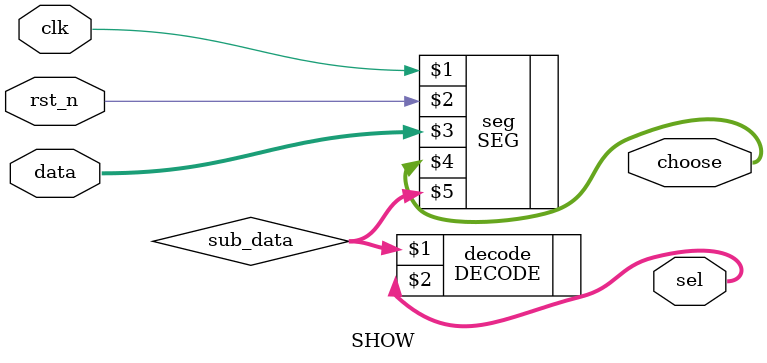
<source format=v>
module SHOW(
	input clk,
	input rst_n,
	input [15:0] data,
	output [7:0] sel,
	output [3:0] choose
	);
wire [3:0] sub_data;
SEG seg(clk, rst_n, data, choose, sub_data);
DECODE decode(sub_data, sel);

endmodule
</source>
